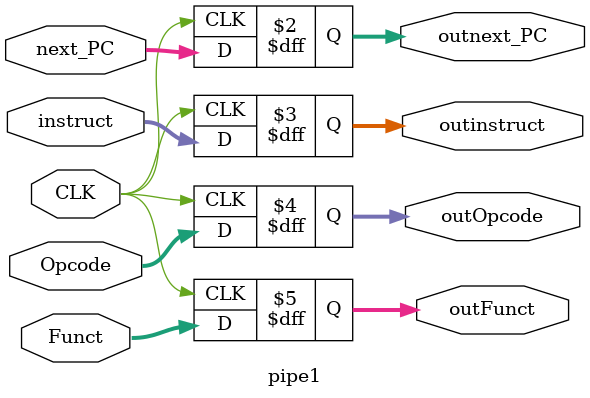
<source format=v>
module pipe1(
  input CLK,
  input wire [31:0] next_PC,
  input wire [31:0] instruct,
  input wire [5:0] Opcode,
  input wire [5:0] Funct,

  output reg [31:0] outnext_PC,
  output reg [31:0] outinstruct,
  output reg [5:0] outOpcode,
  output reg [5:0] outFunct
);


always @(negedge CLK)
begin
  outnext_PC <= next_PC;
  outinstruct <= instruct;
  outOpcode <= Opcode;
  outFunct <= Funct;
end

endmodule

</source>
